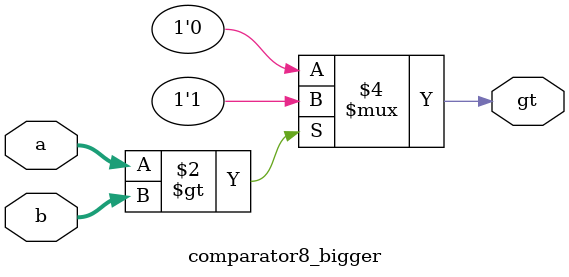
<source format=v>
module comparator8_bigger(
    input [7:0] a,
    input [7:0] b,
    output reg gt
);
    always @(*) begin
         if (a > b) begin
            gt = 1;
         end else begin
            gt = 0;
	 end
	 end
endmodule

</source>
